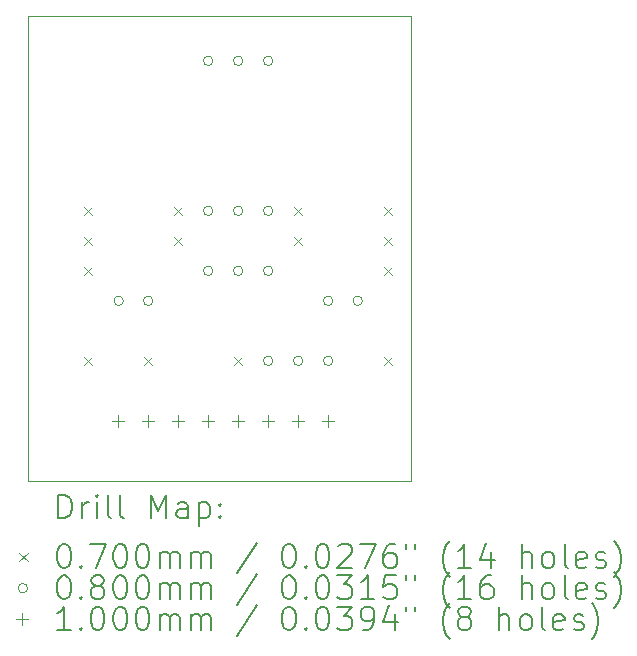
<source format=gbr>
%TF.GenerationSoftware,KiCad,Pcbnew,7.0.8*%
%TF.CreationDate,2023-11-30T20:00:33+00:00*%
%TF.ProjectId,thermo_module,74686572-6d6f-45f6-9d6f-64756c652e6b,rev?*%
%TF.SameCoordinates,Original*%
%TF.FileFunction,Drillmap*%
%TF.FilePolarity,Positive*%
%FSLAX45Y45*%
G04 Gerber Fmt 4.5, Leading zero omitted, Abs format (unit mm)*
G04 Created by KiCad (PCBNEW 7.0.8) date 2023-11-30 20:00:33*
%MOMM*%
%LPD*%
G01*
G04 APERTURE LIST*
%ADD10C,0.100000*%
%ADD11C,0.200000*%
%ADD12C,0.070000*%
%ADD13C,0.080000*%
G04 APERTURE END LIST*
D10*
X13620750Y-4508500D02*
X16859250Y-4508500D01*
X16859250Y-8445500D01*
X13620750Y-8445500D01*
X13620750Y-4508500D01*
D11*
D12*
X14093750Y-6124500D02*
X14163750Y-6194500D01*
X14163750Y-6124500D02*
X14093750Y-6194500D01*
X14093750Y-6378500D02*
X14163750Y-6448500D01*
X14163750Y-6378500D02*
X14093750Y-6448500D01*
X14093750Y-6632500D02*
X14163750Y-6702500D01*
X14163750Y-6632500D02*
X14093750Y-6702500D01*
X14093750Y-7394500D02*
X14163750Y-7464500D01*
X14163750Y-7394500D02*
X14093750Y-7464500D01*
X14601750Y-7394500D02*
X14671750Y-7464500D01*
X14671750Y-7394500D02*
X14601750Y-7464500D01*
X14855750Y-6124500D02*
X14925750Y-6194500D01*
X14925750Y-6124500D02*
X14855750Y-6194500D01*
X14855750Y-6378500D02*
X14925750Y-6448500D01*
X14925750Y-6378500D02*
X14855750Y-6448500D01*
X15363750Y-7394500D02*
X15433750Y-7464500D01*
X15433750Y-7394500D02*
X15363750Y-7464500D01*
X15871750Y-6124500D02*
X15941750Y-6194500D01*
X15941750Y-6124500D02*
X15871750Y-6194500D01*
X15871750Y-6378500D02*
X15941750Y-6448500D01*
X15941750Y-6378500D02*
X15871750Y-6448500D01*
X16633750Y-6124500D02*
X16703750Y-6194500D01*
X16703750Y-6124500D02*
X16633750Y-6194500D01*
X16633750Y-6378500D02*
X16703750Y-6448500D01*
X16703750Y-6378500D02*
X16633750Y-6448500D01*
X16633750Y-6632500D02*
X16703750Y-6702500D01*
X16703750Y-6632500D02*
X16633750Y-6702500D01*
X16633750Y-7394500D02*
X16703750Y-7464500D01*
X16703750Y-7394500D02*
X16633750Y-7464500D01*
D13*
X14426750Y-6921500D02*
G75*
G03*
X14426750Y-6921500I-40000J0D01*
G01*
X14676750Y-6921500D02*
G75*
G03*
X14676750Y-6921500I-40000J0D01*
G01*
X15184750Y-4889500D02*
G75*
G03*
X15184750Y-4889500I-40000J0D01*
G01*
X15184750Y-6159500D02*
G75*
G03*
X15184750Y-6159500I-40000J0D01*
G01*
X15184750Y-6667500D02*
G75*
G03*
X15184750Y-6667500I-40000J0D01*
G01*
X15438750Y-4889500D02*
G75*
G03*
X15438750Y-4889500I-40000J0D01*
G01*
X15438750Y-6159500D02*
G75*
G03*
X15438750Y-6159500I-40000J0D01*
G01*
X15438750Y-6667500D02*
G75*
G03*
X15438750Y-6667500I-40000J0D01*
G01*
X15692750Y-4889500D02*
G75*
G03*
X15692750Y-4889500I-40000J0D01*
G01*
X15692750Y-6159500D02*
G75*
G03*
X15692750Y-6159500I-40000J0D01*
G01*
X15692750Y-6667500D02*
G75*
G03*
X15692750Y-6667500I-40000J0D01*
G01*
X15692750Y-7429500D02*
G75*
G03*
X15692750Y-7429500I-40000J0D01*
G01*
X15946750Y-7429500D02*
G75*
G03*
X15946750Y-7429500I-40000J0D01*
G01*
X16200750Y-6921500D02*
G75*
G03*
X16200750Y-6921500I-40000J0D01*
G01*
X16200750Y-7429500D02*
G75*
G03*
X16200750Y-7429500I-40000J0D01*
G01*
X16450750Y-6921500D02*
G75*
G03*
X16450750Y-6921500I-40000J0D01*
G01*
D10*
X14382750Y-7887500D02*
X14382750Y-7987500D01*
X14332750Y-7937500D02*
X14432750Y-7937500D01*
X14636750Y-7887500D02*
X14636750Y-7987500D01*
X14586750Y-7937500D02*
X14686750Y-7937500D01*
X14890750Y-7887500D02*
X14890750Y-7987500D01*
X14840750Y-7937500D02*
X14940750Y-7937500D01*
X15144750Y-7887500D02*
X15144750Y-7987500D01*
X15094750Y-7937500D02*
X15194750Y-7937500D01*
X15398750Y-7887500D02*
X15398750Y-7987500D01*
X15348750Y-7937500D02*
X15448750Y-7937500D01*
X15652750Y-7887500D02*
X15652750Y-7987500D01*
X15602750Y-7937500D02*
X15702750Y-7937500D01*
X15906750Y-7887500D02*
X15906750Y-7987500D01*
X15856750Y-7937500D02*
X15956750Y-7937500D01*
X16160750Y-7887500D02*
X16160750Y-7987500D01*
X16110750Y-7937500D02*
X16210750Y-7937500D01*
D11*
X13876527Y-8761984D02*
X13876527Y-8561984D01*
X13876527Y-8561984D02*
X13924146Y-8561984D01*
X13924146Y-8561984D02*
X13952717Y-8571508D01*
X13952717Y-8571508D02*
X13971765Y-8590555D01*
X13971765Y-8590555D02*
X13981289Y-8609603D01*
X13981289Y-8609603D02*
X13990812Y-8647698D01*
X13990812Y-8647698D02*
X13990812Y-8676270D01*
X13990812Y-8676270D02*
X13981289Y-8714365D01*
X13981289Y-8714365D02*
X13971765Y-8733412D01*
X13971765Y-8733412D02*
X13952717Y-8752460D01*
X13952717Y-8752460D02*
X13924146Y-8761984D01*
X13924146Y-8761984D02*
X13876527Y-8761984D01*
X14076527Y-8761984D02*
X14076527Y-8628650D01*
X14076527Y-8666746D02*
X14086051Y-8647698D01*
X14086051Y-8647698D02*
X14095574Y-8638174D01*
X14095574Y-8638174D02*
X14114622Y-8628650D01*
X14114622Y-8628650D02*
X14133670Y-8628650D01*
X14200336Y-8761984D02*
X14200336Y-8628650D01*
X14200336Y-8561984D02*
X14190812Y-8571508D01*
X14190812Y-8571508D02*
X14200336Y-8581031D01*
X14200336Y-8581031D02*
X14209860Y-8571508D01*
X14209860Y-8571508D02*
X14200336Y-8561984D01*
X14200336Y-8561984D02*
X14200336Y-8581031D01*
X14324146Y-8761984D02*
X14305098Y-8752460D01*
X14305098Y-8752460D02*
X14295574Y-8733412D01*
X14295574Y-8733412D02*
X14295574Y-8561984D01*
X14428908Y-8761984D02*
X14409860Y-8752460D01*
X14409860Y-8752460D02*
X14400336Y-8733412D01*
X14400336Y-8733412D02*
X14400336Y-8561984D01*
X14657479Y-8761984D02*
X14657479Y-8561984D01*
X14657479Y-8561984D02*
X14724146Y-8704841D01*
X14724146Y-8704841D02*
X14790812Y-8561984D01*
X14790812Y-8561984D02*
X14790812Y-8761984D01*
X14971765Y-8761984D02*
X14971765Y-8657222D01*
X14971765Y-8657222D02*
X14962241Y-8638174D01*
X14962241Y-8638174D02*
X14943193Y-8628650D01*
X14943193Y-8628650D02*
X14905098Y-8628650D01*
X14905098Y-8628650D02*
X14886051Y-8638174D01*
X14971765Y-8752460D02*
X14952717Y-8761984D01*
X14952717Y-8761984D02*
X14905098Y-8761984D01*
X14905098Y-8761984D02*
X14886051Y-8752460D01*
X14886051Y-8752460D02*
X14876527Y-8733412D01*
X14876527Y-8733412D02*
X14876527Y-8714365D01*
X14876527Y-8714365D02*
X14886051Y-8695317D01*
X14886051Y-8695317D02*
X14905098Y-8685793D01*
X14905098Y-8685793D02*
X14952717Y-8685793D01*
X14952717Y-8685793D02*
X14971765Y-8676270D01*
X15067003Y-8628650D02*
X15067003Y-8828650D01*
X15067003Y-8638174D02*
X15086051Y-8628650D01*
X15086051Y-8628650D02*
X15124146Y-8628650D01*
X15124146Y-8628650D02*
X15143193Y-8638174D01*
X15143193Y-8638174D02*
X15152717Y-8647698D01*
X15152717Y-8647698D02*
X15162241Y-8666746D01*
X15162241Y-8666746D02*
X15162241Y-8723889D01*
X15162241Y-8723889D02*
X15152717Y-8742936D01*
X15152717Y-8742936D02*
X15143193Y-8752460D01*
X15143193Y-8752460D02*
X15124146Y-8761984D01*
X15124146Y-8761984D02*
X15086051Y-8761984D01*
X15086051Y-8761984D02*
X15067003Y-8752460D01*
X15247955Y-8742936D02*
X15257479Y-8752460D01*
X15257479Y-8752460D02*
X15247955Y-8761984D01*
X15247955Y-8761984D02*
X15238432Y-8752460D01*
X15238432Y-8752460D02*
X15247955Y-8742936D01*
X15247955Y-8742936D02*
X15247955Y-8761984D01*
X15247955Y-8638174D02*
X15257479Y-8647698D01*
X15257479Y-8647698D02*
X15247955Y-8657222D01*
X15247955Y-8657222D02*
X15238432Y-8647698D01*
X15238432Y-8647698D02*
X15247955Y-8638174D01*
X15247955Y-8638174D02*
X15247955Y-8657222D01*
D12*
X13545750Y-9055500D02*
X13615750Y-9125500D01*
X13615750Y-9055500D02*
X13545750Y-9125500D01*
D11*
X13914622Y-8981984D02*
X13933670Y-8981984D01*
X13933670Y-8981984D02*
X13952717Y-8991508D01*
X13952717Y-8991508D02*
X13962241Y-9001031D01*
X13962241Y-9001031D02*
X13971765Y-9020079D01*
X13971765Y-9020079D02*
X13981289Y-9058174D01*
X13981289Y-9058174D02*
X13981289Y-9105793D01*
X13981289Y-9105793D02*
X13971765Y-9143889D01*
X13971765Y-9143889D02*
X13962241Y-9162936D01*
X13962241Y-9162936D02*
X13952717Y-9172460D01*
X13952717Y-9172460D02*
X13933670Y-9181984D01*
X13933670Y-9181984D02*
X13914622Y-9181984D01*
X13914622Y-9181984D02*
X13895574Y-9172460D01*
X13895574Y-9172460D02*
X13886051Y-9162936D01*
X13886051Y-9162936D02*
X13876527Y-9143889D01*
X13876527Y-9143889D02*
X13867003Y-9105793D01*
X13867003Y-9105793D02*
X13867003Y-9058174D01*
X13867003Y-9058174D02*
X13876527Y-9020079D01*
X13876527Y-9020079D02*
X13886051Y-9001031D01*
X13886051Y-9001031D02*
X13895574Y-8991508D01*
X13895574Y-8991508D02*
X13914622Y-8981984D01*
X14067003Y-9162936D02*
X14076527Y-9172460D01*
X14076527Y-9172460D02*
X14067003Y-9181984D01*
X14067003Y-9181984D02*
X14057479Y-9172460D01*
X14057479Y-9172460D02*
X14067003Y-9162936D01*
X14067003Y-9162936D02*
X14067003Y-9181984D01*
X14143193Y-8981984D02*
X14276527Y-8981984D01*
X14276527Y-8981984D02*
X14190812Y-9181984D01*
X14390812Y-8981984D02*
X14409860Y-8981984D01*
X14409860Y-8981984D02*
X14428908Y-8991508D01*
X14428908Y-8991508D02*
X14438432Y-9001031D01*
X14438432Y-9001031D02*
X14447955Y-9020079D01*
X14447955Y-9020079D02*
X14457479Y-9058174D01*
X14457479Y-9058174D02*
X14457479Y-9105793D01*
X14457479Y-9105793D02*
X14447955Y-9143889D01*
X14447955Y-9143889D02*
X14438432Y-9162936D01*
X14438432Y-9162936D02*
X14428908Y-9172460D01*
X14428908Y-9172460D02*
X14409860Y-9181984D01*
X14409860Y-9181984D02*
X14390812Y-9181984D01*
X14390812Y-9181984D02*
X14371765Y-9172460D01*
X14371765Y-9172460D02*
X14362241Y-9162936D01*
X14362241Y-9162936D02*
X14352717Y-9143889D01*
X14352717Y-9143889D02*
X14343193Y-9105793D01*
X14343193Y-9105793D02*
X14343193Y-9058174D01*
X14343193Y-9058174D02*
X14352717Y-9020079D01*
X14352717Y-9020079D02*
X14362241Y-9001031D01*
X14362241Y-9001031D02*
X14371765Y-8991508D01*
X14371765Y-8991508D02*
X14390812Y-8981984D01*
X14581289Y-8981984D02*
X14600336Y-8981984D01*
X14600336Y-8981984D02*
X14619384Y-8991508D01*
X14619384Y-8991508D02*
X14628908Y-9001031D01*
X14628908Y-9001031D02*
X14638432Y-9020079D01*
X14638432Y-9020079D02*
X14647955Y-9058174D01*
X14647955Y-9058174D02*
X14647955Y-9105793D01*
X14647955Y-9105793D02*
X14638432Y-9143889D01*
X14638432Y-9143889D02*
X14628908Y-9162936D01*
X14628908Y-9162936D02*
X14619384Y-9172460D01*
X14619384Y-9172460D02*
X14600336Y-9181984D01*
X14600336Y-9181984D02*
X14581289Y-9181984D01*
X14581289Y-9181984D02*
X14562241Y-9172460D01*
X14562241Y-9172460D02*
X14552717Y-9162936D01*
X14552717Y-9162936D02*
X14543193Y-9143889D01*
X14543193Y-9143889D02*
X14533670Y-9105793D01*
X14533670Y-9105793D02*
X14533670Y-9058174D01*
X14533670Y-9058174D02*
X14543193Y-9020079D01*
X14543193Y-9020079D02*
X14552717Y-9001031D01*
X14552717Y-9001031D02*
X14562241Y-8991508D01*
X14562241Y-8991508D02*
X14581289Y-8981984D01*
X14733670Y-9181984D02*
X14733670Y-9048650D01*
X14733670Y-9067698D02*
X14743193Y-9058174D01*
X14743193Y-9058174D02*
X14762241Y-9048650D01*
X14762241Y-9048650D02*
X14790813Y-9048650D01*
X14790813Y-9048650D02*
X14809860Y-9058174D01*
X14809860Y-9058174D02*
X14819384Y-9077222D01*
X14819384Y-9077222D02*
X14819384Y-9181984D01*
X14819384Y-9077222D02*
X14828908Y-9058174D01*
X14828908Y-9058174D02*
X14847955Y-9048650D01*
X14847955Y-9048650D02*
X14876527Y-9048650D01*
X14876527Y-9048650D02*
X14895574Y-9058174D01*
X14895574Y-9058174D02*
X14905098Y-9077222D01*
X14905098Y-9077222D02*
X14905098Y-9181984D01*
X15000336Y-9181984D02*
X15000336Y-9048650D01*
X15000336Y-9067698D02*
X15009860Y-9058174D01*
X15009860Y-9058174D02*
X15028908Y-9048650D01*
X15028908Y-9048650D02*
X15057479Y-9048650D01*
X15057479Y-9048650D02*
X15076527Y-9058174D01*
X15076527Y-9058174D02*
X15086051Y-9077222D01*
X15086051Y-9077222D02*
X15086051Y-9181984D01*
X15086051Y-9077222D02*
X15095574Y-9058174D01*
X15095574Y-9058174D02*
X15114622Y-9048650D01*
X15114622Y-9048650D02*
X15143193Y-9048650D01*
X15143193Y-9048650D02*
X15162241Y-9058174D01*
X15162241Y-9058174D02*
X15171765Y-9077222D01*
X15171765Y-9077222D02*
X15171765Y-9181984D01*
X15562241Y-8972460D02*
X15390813Y-9229603D01*
X15819384Y-8981984D02*
X15838432Y-8981984D01*
X15838432Y-8981984D02*
X15857479Y-8991508D01*
X15857479Y-8991508D02*
X15867003Y-9001031D01*
X15867003Y-9001031D02*
X15876527Y-9020079D01*
X15876527Y-9020079D02*
X15886051Y-9058174D01*
X15886051Y-9058174D02*
X15886051Y-9105793D01*
X15886051Y-9105793D02*
X15876527Y-9143889D01*
X15876527Y-9143889D02*
X15867003Y-9162936D01*
X15867003Y-9162936D02*
X15857479Y-9172460D01*
X15857479Y-9172460D02*
X15838432Y-9181984D01*
X15838432Y-9181984D02*
X15819384Y-9181984D01*
X15819384Y-9181984D02*
X15800336Y-9172460D01*
X15800336Y-9172460D02*
X15790813Y-9162936D01*
X15790813Y-9162936D02*
X15781289Y-9143889D01*
X15781289Y-9143889D02*
X15771765Y-9105793D01*
X15771765Y-9105793D02*
X15771765Y-9058174D01*
X15771765Y-9058174D02*
X15781289Y-9020079D01*
X15781289Y-9020079D02*
X15790813Y-9001031D01*
X15790813Y-9001031D02*
X15800336Y-8991508D01*
X15800336Y-8991508D02*
X15819384Y-8981984D01*
X15971765Y-9162936D02*
X15981289Y-9172460D01*
X15981289Y-9172460D02*
X15971765Y-9181984D01*
X15971765Y-9181984D02*
X15962241Y-9172460D01*
X15962241Y-9172460D02*
X15971765Y-9162936D01*
X15971765Y-9162936D02*
X15971765Y-9181984D01*
X16105098Y-8981984D02*
X16124146Y-8981984D01*
X16124146Y-8981984D02*
X16143194Y-8991508D01*
X16143194Y-8991508D02*
X16152717Y-9001031D01*
X16152717Y-9001031D02*
X16162241Y-9020079D01*
X16162241Y-9020079D02*
X16171765Y-9058174D01*
X16171765Y-9058174D02*
X16171765Y-9105793D01*
X16171765Y-9105793D02*
X16162241Y-9143889D01*
X16162241Y-9143889D02*
X16152717Y-9162936D01*
X16152717Y-9162936D02*
X16143194Y-9172460D01*
X16143194Y-9172460D02*
X16124146Y-9181984D01*
X16124146Y-9181984D02*
X16105098Y-9181984D01*
X16105098Y-9181984D02*
X16086051Y-9172460D01*
X16086051Y-9172460D02*
X16076527Y-9162936D01*
X16076527Y-9162936D02*
X16067003Y-9143889D01*
X16067003Y-9143889D02*
X16057479Y-9105793D01*
X16057479Y-9105793D02*
X16057479Y-9058174D01*
X16057479Y-9058174D02*
X16067003Y-9020079D01*
X16067003Y-9020079D02*
X16076527Y-9001031D01*
X16076527Y-9001031D02*
X16086051Y-8991508D01*
X16086051Y-8991508D02*
X16105098Y-8981984D01*
X16247956Y-9001031D02*
X16257479Y-8991508D01*
X16257479Y-8991508D02*
X16276527Y-8981984D01*
X16276527Y-8981984D02*
X16324146Y-8981984D01*
X16324146Y-8981984D02*
X16343194Y-8991508D01*
X16343194Y-8991508D02*
X16352717Y-9001031D01*
X16352717Y-9001031D02*
X16362241Y-9020079D01*
X16362241Y-9020079D02*
X16362241Y-9039127D01*
X16362241Y-9039127D02*
X16352717Y-9067698D01*
X16352717Y-9067698D02*
X16238432Y-9181984D01*
X16238432Y-9181984D02*
X16362241Y-9181984D01*
X16428908Y-8981984D02*
X16562241Y-8981984D01*
X16562241Y-8981984D02*
X16476527Y-9181984D01*
X16724146Y-8981984D02*
X16686051Y-8981984D01*
X16686051Y-8981984D02*
X16667003Y-8991508D01*
X16667003Y-8991508D02*
X16657479Y-9001031D01*
X16657479Y-9001031D02*
X16638432Y-9029603D01*
X16638432Y-9029603D02*
X16628908Y-9067698D01*
X16628908Y-9067698D02*
X16628908Y-9143889D01*
X16628908Y-9143889D02*
X16638432Y-9162936D01*
X16638432Y-9162936D02*
X16647956Y-9172460D01*
X16647956Y-9172460D02*
X16667003Y-9181984D01*
X16667003Y-9181984D02*
X16705098Y-9181984D01*
X16705098Y-9181984D02*
X16724146Y-9172460D01*
X16724146Y-9172460D02*
X16733670Y-9162936D01*
X16733670Y-9162936D02*
X16743194Y-9143889D01*
X16743194Y-9143889D02*
X16743194Y-9096270D01*
X16743194Y-9096270D02*
X16733670Y-9077222D01*
X16733670Y-9077222D02*
X16724146Y-9067698D01*
X16724146Y-9067698D02*
X16705098Y-9058174D01*
X16705098Y-9058174D02*
X16667003Y-9058174D01*
X16667003Y-9058174D02*
X16647956Y-9067698D01*
X16647956Y-9067698D02*
X16638432Y-9077222D01*
X16638432Y-9077222D02*
X16628908Y-9096270D01*
X16819384Y-8981984D02*
X16819384Y-9020079D01*
X16895575Y-8981984D02*
X16895575Y-9020079D01*
X17190813Y-9258174D02*
X17181289Y-9248650D01*
X17181289Y-9248650D02*
X17162241Y-9220079D01*
X17162241Y-9220079D02*
X17152718Y-9201031D01*
X17152718Y-9201031D02*
X17143194Y-9172460D01*
X17143194Y-9172460D02*
X17133670Y-9124841D01*
X17133670Y-9124841D02*
X17133670Y-9086746D01*
X17133670Y-9086746D02*
X17143194Y-9039127D01*
X17143194Y-9039127D02*
X17152718Y-9010555D01*
X17152718Y-9010555D02*
X17162241Y-8991508D01*
X17162241Y-8991508D02*
X17181289Y-8962936D01*
X17181289Y-8962936D02*
X17190813Y-8953412D01*
X17371765Y-9181984D02*
X17257480Y-9181984D01*
X17314622Y-9181984D02*
X17314622Y-8981984D01*
X17314622Y-8981984D02*
X17295575Y-9010555D01*
X17295575Y-9010555D02*
X17276527Y-9029603D01*
X17276527Y-9029603D02*
X17257480Y-9039127D01*
X17543194Y-9048650D02*
X17543194Y-9181984D01*
X17495575Y-8972460D02*
X17447956Y-9115317D01*
X17447956Y-9115317D02*
X17571765Y-9115317D01*
X17800337Y-9181984D02*
X17800337Y-8981984D01*
X17886051Y-9181984D02*
X17886051Y-9077222D01*
X17886051Y-9077222D02*
X17876527Y-9058174D01*
X17876527Y-9058174D02*
X17857480Y-9048650D01*
X17857480Y-9048650D02*
X17828908Y-9048650D01*
X17828908Y-9048650D02*
X17809861Y-9058174D01*
X17809861Y-9058174D02*
X17800337Y-9067698D01*
X18009861Y-9181984D02*
X17990813Y-9172460D01*
X17990813Y-9172460D02*
X17981289Y-9162936D01*
X17981289Y-9162936D02*
X17971765Y-9143889D01*
X17971765Y-9143889D02*
X17971765Y-9086746D01*
X17971765Y-9086746D02*
X17981289Y-9067698D01*
X17981289Y-9067698D02*
X17990813Y-9058174D01*
X17990813Y-9058174D02*
X18009861Y-9048650D01*
X18009861Y-9048650D02*
X18038432Y-9048650D01*
X18038432Y-9048650D02*
X18057480Y-9058174D01*
X18057480Y-9058174D02*
X18067003Y-9067698D01*
X18067003Y-9067698D02*
X18076527Y-9086746D01*
X18076527Y-9086746D02*
X18076527Y-9143889D01*
X18076527Y-9143889D02*
X18067003Y-9162936D01*
X18067003Y-9162936D02*
X18057480Y-9172460D01*
X18057480Y-9172460D02*
X18038432Y-9181984D01*
X18038432Y-9181984D02*
X18009861Y-9181984D01*
X18190813Y-9181984D02*
X18171765Y-9172460D01*
X18171765Y-9172460D02*
X18162242Y-9153412D01*
X18162242Y-9153412D02*
X18162242Y-8981984D01*
X18343194Y-9172460D02*
X18324146Y-9181984D01*
X18324146Y-9181984D02*
X18286051Y-9181984D01*
X18286051Y-9181984D02*
X18267003Y-9172460D01*
X18267003Y-9172460D02*
X18257480Y-9153412D01*
X18257480Y-9153412D02*
X18257480Y-9077222D01*
X18257480Y-9077222D02*
X18267003Y-9058174D01*
X18267003Y-9058174D02*
X18286051Y-9048650D01*
X18286051Y-9048650D02*
X18324146Y-9048650D01*
X18324146Y-9048650D02*
X18343194Y-9058174D01*
X18343194Y-9058174D02*
X18352718Y-9077222D01*
X18352718Y-9077222D02*
X18352718Y-9096270D01*
X18352718Y-9096270D02*
X18257480Y-9115317D01*
X18428908Y-9172460D02*
X18447956Y-9181984D01*
X18447956Y-9181984D02*
X18486051Y-9181984D01*
X18486051Y-9181984D02*
X18505099Y-9172460D01*
X18505099Y-9172460D02*
X18514623Y-9153412D01*
X18514623Y-9153412D02*
X18514623Y-9143889D01*
X18514623Y-9143889D02*
X18505099Y-9124841D01*
X18505099Y-9124841D02*
X18486051Y-9115317D01*
X18486051Y-9115317D02*
X18457480Y-9115317D01*
X18457480Y-9115317D02*
X18438432Y-9105793D01*
X18438432Y-9105793D02*
X18428908Y-9086746D01*
X18428908Y-9086746D02*
X18428908Y-9077222D01*
X18428908Y-9077222D02*
X18438432Y-9058174D01*
X18438432Y-9058174D02*
X18457480Y-9048650D01*
X18457480Y-9048650D02*
X18486051Y-9048650D01*
X18486051Y-9048650D02*
X18505099Y-9058174D01*
X18581289Y-9258174D02*
X18590813Y-9248650D01*
X18590813Y-9248650D02*
X18609861Y-9220079D01*
X18609861Y-9220079D02*
X18619384Y-9201031D01*
X18619384Y-9201031D02*
X18628908Y-9172460D01*
X18628908Y-9172460D02*
X18638432Y-9124841D01*
X18638432Y-9124841D02*
X18638432Y-9086746D01*
X18638432Y-9086746D02*
X18628908Y-9039127D01*
X18628908Y-9039127D02*
X18619384Y-9010555D01*
X18619384Y-9010555D02*
X18609861Y-8991508D01*
X18609861Y-8991508D02*
X18590813Y-8962936D01*
X18590813Y-8962936D02*
X18581289Y-8953412D01*
D13*
X13615750Y-9354500D02*
G75*
G03*
X13615750Y-9354500I-40000J0D01*
G01*
D11*
X13914622Y-9245984D02*
X13933670Y-9245984D01*
X13933670Y-9245984D02*
X13952717Y-9255508D01*
X13952717Y-9255508D02*
X13962241Y-9265031D01*
X13962241Y-9265031D02*
X13971765Y-9284079D01*
X13971765Y-9284079D02*
X13981289Y-9322174D01*
X13981289Y-9322174D02*
X13981289Y-9369793D01*
X13981289Y-9369793D02*
X13971765Y-9407889D01*
X13971765Y-9407889D02*
X13962241Y-9426936D01*
X13962241Y-9426936D02*
X13952717Y-9436460D01*
X13952717Y-9436460D02*
X13933670Y-9445984D01*
X13933670Y-9445984D02*
X13914622Y-9445984D01*
X13914622Y-9445984D02*
X13895574Y-9436460D01*
X13895574Y-9436460D02*
X13886051Y-9426936D01*
X13886051Y-9426936D02*
X13876527Y-9407889D01*
X13876527Y-9407889D02*
X13867003Y-9369793D01*
X13867003Y-9369793D02*
X13867003Y-9322174D01*
X13867003Y-9322174D02*
X13876527Y-9284079D01*
X13876527Y-9284079D02*
X13886051Y-9265031D01*
X13886051Y-9265031D02*
X13895574Y-9255508D01*
X13895574Y-9255508D02*
X13914622Y-9245984D01*
X14067003Y-9426936D02*
X14076527Y-9436460D01*
X14076527Y-9436460D02*
X14067003Y-9445984D01*
X14067003Y-9445984D02*
X14057479Y-9436460D01*
X14057479Y-9436460D02*
X14067003Y-9426936D01*
X14067003Y-9426936D02*
X14067003Y-9445984D01*
X14190812Y-9331698D02*
X14171765Y-9322174D01*
X14171765Y-9322174D02*
X14162241Y-9312650D01*
X14162241Y-9312650D02*
X14152717Y-9293603D01*
X14152717Y-9293603D02*
X14152717Y-9284079D01*
X14152717Y-9284079D02*
X14162241Y-9265031D01*
X14162241Y-9265031D02*
X14171765Y-9255508D01*
X14171765Y-9255508D02*
X14190812Y-9245984D01*
X14190812Y-9245984D02*
X14228908Y-9245984D01*
X14228908Y-9245984D02*
X14247955Y-9255508D01*
X14247955Y-9255508D02*
X14257479Y-9265031D01*
X14257479Y-9265031D02*
X14267003Y-9284079D01*
X14267003Y-9284079D02*
X14267003Y-9293603D01*
X14267003Y-9293603D02*
X14257479Y-9312650D01*
X14257479Y-9312650D02*
X14247955Y-9322174D01*
X14247955Y-9322174D02*
X14228908Y-9331698D01*
X14228908Y-9331698D02*
X14190812Y-9331698D01*
X14190812Y-9331698D02*
X14171765Y-9341222D01*
X14171765Y-9341222D02*
X14162241Y-9350746D01*
X14162241Y-9350746D02*
X14152717Y-9369793D01*
X14152717Y-9369793D02*
X14152717Y-9407889D01*
X14152717Y-9407889D02*
X14162241Y-9426936D01*
X14162241Y-9426936D02*
X14171765Y-9436460D01*
X14171765Y-9436460D02*
X14190812Y-9445984D01*
X14190812Y-9445984D02*
X14228908Y-9445984D01*
X14228908Y-9445984D02*
X14247955Y-9436460D01*
X14247955Y-9436460D02*
X14257479Y-9426936D01*
X14257479Y-9426936D02*
X14267003Y-9407889D01*
X14267003Y-9407889D02*
X14267003Y-9369793D01*
X14267003Y-9369793D02*
X14257479Y-9350746D01*
X14257479Y-9350746D02*
X14247955Y-9341222D01*
X14247955Y-9341222D02*
X14228908Y-9331698D01*
X14390812Y-9245984D02*
X14409860Y-9245984D01*
X14409860Y-9245984D02*
X14428908Y-9255508D01*
X14428908Y-9255508D02*
X14438432Y-9265031D01*
X14438432Y-9265031D02*
X14447955Y-9284079D01*
X14447955Y-9284079D02*
X14457479Y-9322174D01*
X14457479Y-9322174D02*
X14457479Y-9369793D01*
X14457479Y-9369793D02*
X14447955Y-9407889D01*
X14447955Y-9407889D02*
X14438432Y-9426936D01*
X14438432Y-9426936D02*
X14428908Y-9436460D01*
X14428908Y-9436460D02*
X14409860Y-9445984D01*
X14409860Y-9445984D02*
X14390812Y-9445984D01*
X14390812Y-9445984D02*
X14371765Y-9436460D01*
X14371765Y-9436460D02*
X14362241Y-9426936D01*
X14362241Y-9426936D02*
X14352717Y-9407889D01*
X14352717Y-9407889D02*
X14343193Y-9369793D01*
X14343193Y-9369793D02*
X14343193Y-9322174D01*
X14343193Y-9322174D02*
X14352717Y-9284079D01*
X14352717Y-9284079D02*
X14362241Y-9265031D01*
X14362241Y-9265031D02*
X14371765Y-9255508D01*
X14371765Y-9255508D02*
X14390812Y-9245984D01*
X14581289Y-9245984D02*
X14600336Y-9245984D01*
X14600336Y-9245984D02*
X14619384Y-9255508D01*
X14619384Y-9255508D02*
X14628908Y-9265031D01*
X14628908Y-9265031D02*
X14638432Y-9284079D01*
X14638432Y-9284079D02*
X14647955Y-9322174D01*
X14647955Y-9322174D02*
X14647955Y-9369793D01*
X14647955Y-9369793D02*
X14638432Y-9407889D01*
X14638432Y-9407889D02*
X14628908Y-9426936D01*
X14628908Y-9426936D02*
X14619384Y-9436460D01*
X14619384Y-9436460D02*
X14600336Y-9445984D01*
X14600336Y-9445984D02*
X14581289Y-9445984D01*
X14581289Y-9445984D02*
X14562241Y-9436460D01*
X14562241Y-9436460D02*
X14552717Y-9426936D01*
X14552717Y-9426936D02*
X14543193Y-9407889D01*
X14543193Y-9407889D02*
X14533670Y-9369793D01*
X14533670Y-9369793D02*
X14533670Y-9322174D01*
X14533670Y-9322174D02*
X14543193Y-9284079D01*
X14543193Y-9284079D02*
X14552717Y-9265031D01*
X14552717Y-9265031D02*
X14562241Y-9255508D01*
X14562241Y-9255508D02*
X14581289Y-9245984D01*
X14733670Y-9445984D02*
X14733670Y-9312650D01*
X14733670Y-9331698D02*
X14743193Y-9322174D01*
X14743193Y-9322174D02*
X14762241Y-9312650D01*
X14762241Y-9312650D02*
X14790813Y-9312650D01*
X14790813Y-9312650D02*
X14809860Y-9322174D01*
X14809860Y-9322174D02*
X14819384Y-9341222D01*
X14819384Y-9341222D02*
X14819384Y-9445984D01*
X14819384Y-9341222D02*
X14828908Y-9322174D01*
X14828908Y-9322174D02*
X14847955Y-9312650D01*
X14847955Y-9312650D02*
X14876527Y-9312650D01*
X14876527Y-9312650D02*
X14895574Y-9322174D01*
X14895574Y-9322174D02*
X14905098Y-9341222D01*
X14905098Y-9341222D02*
X14905098Y-9445984D01*
X15000336Y-9445984D02*
X15000336Y-9312650D01*
X15000336Y-9331698D02*
X15009860Y-9322174D01*
X15009860Y-9322174D02*
X15028908Y-9312650D01*
X15028908Y-9312650D02*
X15057479Y-9312650D01*
X15057479Y-9312650D02*
X15076527Y-9322174D01*
X15076527Y-9322174D02*
X15086051Y-9341222D01*
X15086051Y-9341222D02*
X15086051Y-9445984D01*
X15086051Y-9341222D02*
X15095574Y-9322174D01*
X15095574Y-9322174D02*
X15114622Y-9312650D01*
X15114622Y-9312650D02*
X15143193Y-9312650D01*
X15143193Y-9312650D02*
X15162241Y-9322174D01*
X15162241Y-9322174D02*
X15171765Y-9341222D01*
X15171765Y-9341222D02*
X15171765Y-9445984D01*
X15562241Y-9236460D02*
X15390813Y-9493603D01*
X15819384Y-9245984D02*
X15838432Y-9245984D01*
X15838432Y-9245984D02*
X15857479Y-9255508D01*
X15857479Y-9255508D02*
X15867003Y-9265031D01*
X15867003Y-9265031D02*
X15876527Y-9284079D01*
X15876527Y-9284079D02*
X15886051Y-9322174D01*
X15886051Y-9322174D02*
X15886051Y-9369793D01*
X15886051Y-9369793D02*
X15876527Y-9407889D01*
X15876527Y-9407889D02*
X15867003Y-9426936D01*
X15867003Y-9426936D02*
X15857479Y-9436460D01*
X15857479Y-9436460D02*
X15838432Y-9445984D01*
X15838432Y-9445984D02*
X15819384Y-9445984D01*
X15819384Y-9445984D02*
X15800336Y-9436460D01*
X15800336Y-9436460D02*
X15790813Y-9426936D01*
X15790813Y-9426936D02*
X15781289Y-9407889D01*
X15781289Y-9407889D02*
X15771765Y-9369793D01*
X15771765Y-9369793D02*
X15771765Y-9322174D01*
X15771765Y-9322174D02*
X15781289Y-9284079D01*
X15781289Y-9284079D02*
X15790813Y-9265031D01*
X15790813Y-9265031D02*
X15800336Y-9255508D01*
X15800336Y-9255508D02*
X15819384Y-9245984D01*
X15971765Y-9426936D02*
X15981289Y-9436460D01*
X15981289Y-9436460D02*
X15971765Y-9445984D01*
X15971765Y-9445984D02*
X15962241Y-9436460D01*
X15962241Y-9436460D02*
X15971765Y-9426936D01*
X15971765Y-9426936D02*
X15971765Y-9445984D01*
X16105098Y-9245984D02*
X16124146Y-9245984D01*
X16124146Y-9245984D02*
X16143194Y-9255508D01*
X16143194Y-9255508D02*
X16152717Y-9265031D01*
X16152717Y-9265031D02*
X16162241Y-9284079D01*
X16162241Y-9284079D02*
X16171765Y-9322174D01*
X16171765Y-9322174D02*
X16171765Y-9369793D01*
X16171765Y-9369793D02*
X16162241Y-9407889D01*
X16162241Y-9407889D02*
X16152717Y-9426936D01*
X16152717Y-9426936D02*
X16143194Y-9436460D01*
X16143194Y-9436460D02*
X16124146Y-9445984D01*
X16124146Y-9445984D02*
X16105098Y-9445984D01*
X16105098Y-9445984D02*
X16086051Y-9436460D01*
X16086051Y-9436460D02*
X16076527Y-9426936D01*
X16076527Y-9426936D02*
X16067003Y-9407889D01*
X16067003Y-9407889D02*
X16057479Y-9369793D01*
X16057479Y-9369793D02*
X16057479Y-9322174D01*
X16057479Y-9322174D02*
X16067003Y-9284079D01*
X16067003Y-9284079D02*
X16076527Y-9265031D01*
X16076527Y-9265031D02*
X16086051Y-9255508D01*
X16086051Y-9255508D02*
X16105098Y-9245984D01*
X16238432Y-9245984D02*
X16362241Y-9245984D01*
X16362241Y-9245984D02*
X16295575Y-9322174D01*
X16295575Y-9322174D02*
X16324146Y-9322174D01*
X16324146Y-9322174D02*
X16343194Y-9331698D01*
X16343194Y-9331698D02*
X16352717Y-9341222D01*
X16352717Y-9341222D02*
X16362241Y-9360270D01*
X16362241Y-9360270D02*
X16362241Y-9407889D01*
X16362241Y-9407889D02*
X16352717Y-9426936D01*
X16352717Y-9426936D02*
X16343194Y-9436460D01*
X16343194Y-9436460D02*
X16324146Y-9445984D01*
X16324146Y-9445984D02*
X16267003Y-9445984D01*
X16267003Y-9445984D02*
X16247956Y-9436460D01*
X16247956Y-9436460D02*
X16238432Y-9426936D01*
X16552717Y-9445984D02*
X16438432Y-9445984D01*
X16495575Y-9445984D02*
X16495575Y-9245984D01*
X16495575Y-9245984D02*
X16476527Y-9274555D01*
X16476527Y-9274555D02*
X16457479Y-9293603D01*
X16457479Y-9293603D02*
X16438432Y-9303127D01*
X16733670Y-9245984D02*
X16638432Y-9245984D01*
X16638432Y-9245984D02*
X16628908Y-9341222D01*
X16628908Y-9341222D02*
X16638432Y-9331698D01*
X16638432Y-9331698D02*
X16657479Y-9322174D01*
X16657479Y-9322174D02*
X16705098Y-9322174D01*
X16705098Y-9322174D02*
X16724146Y-9331698D01*
X16724146Y-9331698D02*
X16733670Y-9341222D01*
X16733670Y-9341222D02*
X16743194Y-9360270D01*
X16743194Y-9360270D02*
X16743194Y-9407889D01*
X16743194Y-9407889D02*
X16733670Y-9426936D01*
X16733670Y-9426936D02*
X16724146Y-9436460D01*
X16724146Y-9436460D02*
X16705098Y-9445984D01*
X16705098Y-9445984D02*
X16657479Y-9445984D01*
X16657479Y-9445984D02*
X16638432Y-9436460D01*
X16638432Y-9436460D02*
X16628908Y-9426936D01*
X16819384Y-9245984D02*
X16819384Y-9284079D01*
X16895575Y-9245984D02*
X16895575Y-9284079D01*
X17190813Y-9522174D02*
X17181289Y-9512650D01*
X17181289Y-9512650D02*
X17162241Y-9484079D01*
X17162241Y-9484079D02*
X17152718Y-9465031D01*
X17152718Y-9465031D02*
X17143194Y-9436460D01*
X17143194Y-9436460D02*
X17133670Y-9388841D01*
X17133670Y-9388841D02*
X17133670Y-9350746D01*
X17133670Y-9350746D02*
X17143194Y-9303127D01*
X17143194Y-9303127D02*
X17152718Y-9274555D01*
X17152718Y-9274555D02*
X17162241Y-9255508D01*
X17162241Y-9255508D02*
X17181289Y-9226936D01*
X17181289Y-9226936D02*
X17190813Y-9217412D01*
X17371765Y-9445984D02*
X17257480Y-9445984D01*
X17314622Y-9445984D02*
X17314622Y-9245984D01*
X17314622Y-9245984D02*
X17295575Y-9274555D01*
X17295575Y-9274555D02*
X17276527Y-9293603D01*
X17276527Y-9293603D02*
X17257480Y-9303127D01*
X17543194Y-9245984D02*
X17505099Y-9245984D01*
X17505099Y-9245984D02*
X17486051Y-9255508D01*
X17486051Y-9255508D02*
X17476527Y-9265031D01*
X17476527Y-9265031D02*
X17457480Y-9293603D01*
X17457480Y-9293603D02*
X17447956Y-9331698D01*
X17447956Y-9331698D02*
X17447956Y-9407889D01*
X17447956Y-9407889D02*
X17457480Y-9426936D01*
X17457480Y-9426936D02*
X17467003Y-9436460D01*
X17467003Y-9436460D02*
X17486051Y-9445984D01*
X17486051Y-9445984D02*
X17524146Y-9445984D01*
X17524146Y-9445984D02*
X17543194Y-9436460D01*
X17543194Y-9436460D02*
X17552718Y-9426936D01*
X17552718Y-9426936D02*
X17562241Y-9407889D01*
X17562241Y-9407889D02*
X17562241Y-9360270D01*
X17562241Y-9360270D02*
X17552718Y-9341222D01*
X17552718Y-9341222D02*
X17543194Y-9331698D01*
X17543194Y-9331698D02*
X17524146Y-9322174D01*
X17524146Y-9322174D02*
X17486051Y-9322174D01*
X17486051Y-9322174D02*
X17467003Y-9331698D01*
X17467003Y-9331698D02*
X17457480Y-9341222D01*
X17457480Y-9341222D02*
X17447956Y-9360270D01*
X17800337Y-9445984D02*
X17800337Y-9245984D01*
X17886051Y-9445984D02*
X17886051Y-9341222D01*
X17886051Y-9341222D02*
X17876527Y-9322174D01*
X17876527Y-9322174D02*
X17857480Y-9312650D01*
X17857480Y-9312650D02*
X17828908Y-9312650D01*
X17828908Y-9312650D02*
X17809861Y-9322174D01*
X17809861Y-9322174D02*
X17800337Y-9331698D01*
X18009861Y-9445984D02*
X17990813Y-9436460D01*
X17990813Y-9436460D02*
X17981289Y-9426936D01*
X17981289Y-9426936D02*
X17971765Y-9407889D01*
X17971765Y-9407889D02*
X17971765Y-9350746D01*
X17971765Y-9350746D02*
X17981289Y-9331698D01*
X17981289Y-9331698D02*
X17990813Y-9322174D01*
X17990813Y-9322174D02*
X18009861Y-9312650D01*
X18009861Y-9312650D02*
X18038432Y-9312650D01*
X18038432Y-9312650D02*
X18057480Y-9322174D01*
X18057480Y-9322174D02*
X18067003Y-9331698D01*
X18067003Y-9331698D02*
X18076527Y-9350746D01*
X18076527Y-9350746D02*
X18076527Y-9407889D01*
X18076527Y-9407889D02*
X18067003Y-9426936D01*
X18067003Y-9426936D02*
X18057480Y-9436460D01*
X18057480Y-9436460D02*
X18038432Y-9445984D01*
X18038432Y-9445984D02*
X18009861Y-9445984D01*
X18190813Y-9445984D02*
X18171765Y-9436460D01*
X18171765Y-9436460D02*
X18162242Y-9417412D01*
X18162242Y-9417412D02*
X18162242Y-9245984D01*
X18343194Y-9436460D02*
X18324146Y-9445984D01*
X18324146Y-9445984D02*
X18286051Y-9445984D01*
X18286051Y-9445984D02*
X18267003Y-9436460D01*
X18267003Y-9436460D02*
X18257480Y-9417412D01*
X18257480Y-9417412D02*
X18257480Y-9341222D01*
X18257480Y-9341222D02*
X18267003Y-9322174D01*
X18267003Y-9322174D02*
X18286051Y-9312650D01*
X18286051Y-9312650D02*
X18324146Y-9312650D01*
X18324146Y-9312650D02*
X18343194Y-9322174D01*
X18343194Y-9322174D02*
X18352718Y-9341222D01*
X18352718Y-9341222D02*
X18352718Y-9360270D01*
X18352718Y-9360270D02*
X18257480Y-9379317D01*
X18428908Y-9436460D02*
X18447956Y-9445984D01*
X18447956Y-9445984D02*
X18486051Y-9445984D01*
X18486051Y-9445984D02*
X18505099Y-9436460D01*
X18505099Y-9436460D02*
X18514623Y-9417412D01*
X18514623Y-9417412D02*
X18514623Y-9407889D01*
X18514623Y-9407889D02*
X18505099Y-9388841D01*
X18505099Y-9388841D02*
X18486051Y-9379317D01*
X18486051Y-9379317D02*
X18457480Y-9379317D01*
X18457480Y-9379317D02*
X18438432Y-9369793D01*
X18438432Y-9369793D02*
X18428908Y-9350746D01*
X18428908Y-9350746D02*
X18428908Y-9341222D01*
X18428908Y-9341222D02*
X18438432Y-9322174D01*
X18438432Y-9322174D02*
X18457480Y-9312650D01*
X18457480Y-9312650D02*
X18486051Y-9312650D01*
X18486051Y-9312650D02*
X18505099Y-9322174D01*
X18581289Y-9522174D02*
X18590813Y-9512650D01*
X18590813Y-9512650D02*
X18609861Y-9484079D01*
X18609861Y-9484079D02*
X18619384Y-9465031D01*
X18619384Y-9465031D02*
X18628908Y-9436460D01*
X18628908Y-9436460D02*
X18638432Y-9388841D01*
X18638432Y-9388841D02*
X18638432Y-9350746D01*
X18638432Y-9350746D02*
X18628908Y-9303127D01*
X18628908Y-9303127D02*
X18619384Y-9274555D01*
X18619384Y-9274555D02*
X18609861Y-9255508D01*
X18609861Y-9255508D02*
X18590813Y-9226936D01*
X18590813Y-9226936D02*
X18581289Y-9217412D01*
D10*
X13565750Y-9568500D02*
X13565750Y-9668500D01*
X13515750Y-9618500D02*
X13615750Y-9618500D01*
D11*
X13981289Y-9709984D02*
X13867003Y-9709984D01*
X13924146Y-9709984D02*
X13924146Y-9509984D01*
X13924146Y-9509984D02*
X13905098Y-9538555D01*
X13905098Y-9538555D02*
X13886051Y-9557603D01*
X13886051Y-9557603D02*
X13867003Y-9567127D01*
X14067003Y-9690936D02*
X14076527Y-9700460D01*
X14076527Y-9700460D02*
X14067003Y-9709984D01*
X14067003Y-9709984D02*
X14057479Y-9700460D01*
X14057479Y-9700460D02*
X14067003Y-9690936D01*
X14067003Y-9690936D02*
X14067003Y-9709984D01*
X14200336Y-9509984D02*
X14219384Y-9509984D01*
X14219384Y-9509984D02*
X14238432Y-9519508D01*
X14238432Y-9519508D02*
X14247955Y-9529031D01*
X14247955Y-9529031D02*
X14257479Y-9548079D01*
X14257479Y-9548079D02*
X14267003Y-9586174D01*
X14267003Y-9586174D02*
X14267003Y-9633793D01*
X14267003Y-9633793D02*
X14257479Y-9671889D01*
X14257479Y-9671889D02*
X14247955Y-9690936D01*
X14247955Y-9690936D02*
X14238432Y-9700460D01*
X14238432Y-9700460D02*
X14219384Y-9709984D01*
X14219384Y-9709984D02*
X14200336Y-9709984D01*
X14200336Y-9709984D02*
X14181289Y-9700460D01*
X14181289Y-9700460D02*
X14171765Y-9690936D01*
X14171765Y-9690936D02*
X14162241Y-9671889D01*
X14162241Y-9671889D02*
X14152717Y-9633793D01*
X14152717Y-9633793D02*
X14152717Y-9586174D01*
X14152717Y-9586174D02*
X14162241Y-9548079D01*
X14162241Y-9548079D02*
X14171765Y-9529031D01*
X14171765Y-9529031D02*
X14181289Y-9519508D01*
X14181289Y-9519508D02*
X14200336Y-9509984D01*
X14390812Y-9509984D02*
X14409860Y-9509984D01*
X14409860Y-9509984D02*
X14428908Y-9519508D01*
X14428908Y-9519508D02*
X14438432Y-9529031D01*
X14438432Y-9529031D02*
X14447955Y-9548079D01*
X14447955Y-9548079D02*
X14457479Y-9586174D01*
X14457479Y-9586174D02*
X14457479Y-9633793D01*
X14457479Y-9633793D02*
X14447955Y-9671889D01*
X14447955Y-9671889D02*
X14438432Y-9690936D01*
X14438432Y-9690936D02*
X14428908Y-9700460D01*
X14428908Y-9700460D02*
X14409860Y-9709984D01*
X14409860Y-9709984D02*
X14390812Y-9709984D01*
X14390812Y-9709984D02*
X14371765Y-9700460D01*
X14371765Y-9700460D02*
X14362241Y-9690936D01*
X14362241Y-9690936D02*
X14352717Y-9671889D01*
X14352717Y-9671889D02*
X14343193Y-9633793D01*
X14343193Y-9633793D02*
X14343193Y-9586174D01*
X14343193Y-9586174D02*
X14352717Y-9548079D01*
X14352717Y-9548079D02*
X14362241Y-9529031D01*
X14362241Y-9529031D02*
X14371765Y-9519508D01*
X14371765Y-9519508D02*
X14390812Y-9509984D01*
X14581289Y-9509984D02*
X14600336Y-9509984D01*
X14600336Y-9509984D02*
X14619384Y-9519508D01*
X14619384Y-9519508D02*
X14628908Y-9529031D01*
X14628908Y-9529031D02*
X14638432Y-9548079D01*
X14638432Y-9548079D02*
X14647955Y-9586174D01*
X14647955Y-9586174D02*
X14647955Y-9633793D01*
X14647955Y-9633793D02*
X14638432Y-9671889D01*
X14638432Y-9671889D02*
X14628908Y-9690936D01*
X14628908Y-9690936D02*
X14619384Y-9700460D01*
X14619384Y-9700460D02*
X14600336Y-9709984D01*
X14600336Y-9709984D02*
X14581289Y-9709984D01*
X14581289Y-9709984D02*
X14562241Y-9700460D01*
X14562241Y-9700460D02*
X14552717Y-9690936D01*
X14552717Y-9690936D02*
X14543193Y-9671889D01*
X14543193Y-9671889D02*
X14533670Y-9633793D01*
X14533670Y-9633793D02*
X14533670Y-9586174D01*
X14533670Y-9586174D02*
X14543193Y-9548079D01*
X14543193Y-9548079D02*
X14552717Y-9529031D01*
X14552717Y-9529031D02*
X14562241Y-9519508D01*
X14562241Y-9519508D02*
X14581289Y-9509984D01*
X14733670Y-9709984D02*
X14733670Y-9576650D01*
X14733670Y-9595698D02*
X14743193Y-9586174D01*
X14743193Y-9586174D02*
X14762241Y-9576650D01*
X14762241Y-9576650D02*
X14790813Y-9576650D01*
X14790813Y-9576650D02*
X14809860Y-9586174D01*
X14809860Y-9586174D02*
X14819384Y-9605222D01*
X14819384Y-9605222D02*
X14819384Y-9709984D01*
X14819384Y-9605222D02*
X14828908Y-9586174D01*
X14828908Y-9586174D02*
X14847955Y-9576650D01*
X14847955Y-9576650D02*
X14876527Y-9576650D01*
X14876527Y-9576650D02*
X14895574Y-9586174D01*
X14895574Y-9586174D02*
X14905098Y-9605222D01*
X14905098Y-9605222D02*
X14905098Y-9709984D01*
X15000336Y-9709984D02*
X15000336Y-9576650D01*
X15000336Y-9595698D02*
X15009860Y-9586174D01*
X15009860Y-9586174D02*
X15028908Y-9576650D01*
X15028908Y-9576650D02*
X15057479Y-9576650D01*
X15057479Y-9576650D02*
X15076527Y-9586174D01*
X15076527Y-9586174D02*
X15086051Y-9605222D01*
X15086051Y-9605222D02*
X15086051Y-9709984D01*
X15086051Y-9605222D02*
X15095574Y-9586174D01*
X15095574Y-9586174D02*
X15114622Y-9576650D01*
X15114622Y-9576650D02*
X15143193Y-9576650D01*
X15143193Y-9576650D02*
X15162241Y-9586174D01*
X15162241Y-9586174D02*
X15171765Y-9605222D01*
X15171765Y-9605222D02*
X15171765Y-9709984D01*
X15562241Y-9500460D02*
X15390813Y-9757603D01*
X15819384Y-9509984D02*
X15838432Y-9509984D01*
X15838432Y-9509984D02*
X15857479Y-9519508D01*
X15857479Y-9519508D02*
X15867003Y-9529031D01*
X15867003Y-9529031D02*
X15876527Y-9548079D01*
X15876527Y-9548079D02*
X15886051Y-9586174D01*
X15886051Y-9586174D02*
X15886051Y-9633793D01*
X15886051Y-9633793D02*
X15876527Y-9671889D01*
X15876527Y-9671889D02*
X15867003Y-9690936D01*
X15867003Y-9690936D02*
X15857479Y-9700460D01*
X15857479Y-9700460D02*
X15838432Y-9709984D01*
X15838432Y-9709984D02*
X15819384Y-9709984D01*
X15819384Y-9709984D02*
X15800336Y-9700460D01*
X15800336Y-9700460D02*
X15790813Y-9690936D01*
X15790813Y-9690936D02*
X15781289Y-9671889D01*
X15781289Y-9671889D02*
X15771765Y-9633793D01*
X15771765Y-9633793D02*
X15771765Y-9586174D01*
X15771765Y-9586174D02*
X15781289Y-9548079D01*
X15781289Y-9548079D02*
X15790813Y-9529031D01*
X15790813Y-9529031D02*
X15800336Y-9519508D01*
X15800336Y-9519508D02*
X15819384Y-9509984D01*
X15971765Y-9690936D02*
X15981289Y-9700460D01*
X15981289Y-9700460D02*
X15971765Y-9709984D01*
X15971765Y-9709984D02*
X15962241Y-9700460D01*
X15962241Y-9700460D02*
X15971765Y-9690936D01*
X15971765Y-9690936D02*
X15971765Y-9709984D01*
X16105098Y-9509984D02*
X16124146Y-9509984D01*
X16124146Y-9509984D02*
X16143194Y-9519508D01*
X16143194Y-9519508D02*
X16152717Y-9529031D01*
X16152717Y-9529031D02*
X16162241Y-9548079D01*
X16162241Y-9548079D02*
X16171765Y-9586174D01*
X16171765Y-9586174D02*
X16171765Y-9633793D01*
X16171765Y-9633793D02*
X16162241Y-9671889D01*
X16162241Y-9671889D02*
X16152717Y-9690936D01*
X16152717Y-9690936D02*
X16143194Y-9700460D01*
X16143194Y-9700460D02*
X16124146Y-9709984D01*
X16124146Y-9709984D02*
X16105098Y-9709984D01*
X16105098Y-9709984D02*
X16086051Y-9700460D01*
X16086051Y-9700460D02*
X16076527Y-9690936D01*
X16076527Y-9690936D02*
X16067003Y-9671889D01*
X16067003Y-9671889D02*
X16057479Y-9633793D01*
X16057479Y-9633793D02*
X16057479Y-9586174D01*
X16057479Y-9586174D02*
X16067003Y-9548079D01*
X16067003Y-9548079D02*
X16076527Y-9529031D01*
X16076527Y-9529031D02*
X16086051Y-9519508D01*
X16086051Y-9519508D02*
X16105098Y-9509984D01*
X16238432Y-9509984D02*
X16362241Y-9509984D01*
X16362241Y-9509984D02*
X16295575Y-9586174D01*
X16295575Y-9586174D02*
X16324146Y-9586174D01*
X16324146Y-9586174D02*
X16343194Y-9595698D01*
X16343194Y-9595698D02*
X16352717Y-9605222D01*
X16352717Y-9605222D02*
X16362241Y-9624270D01*
X16362241Y-9624270D02*
X16362241Y-9671889D01*
X16362241Y-9671889D02*
X16352717Y-9690936D01*
X16352717Y-9690936D02*
X16343194Y-9700460D01*
X16343194Y-9700460D02*
X16324146Y-9709984D01*
X16324146Y-9709984D02*
X16267003Y-9709984D01*
X16267003Y-9709984D02*
X16247956Y-9700460D01*
X16247956Y-9700460D02*
X16238432Y-9690936D01*
X16457479Y-9709984D02*
X16495575Y-9709984D01*
X16495575Y-9709984D02*
X16514622Y-9700460D01*
X16514622Y-9700460D02*
X16524146Y-9690936D01*
X16524146Y-9690936D02*
X16543194Y-9662365D01*
X16543194Y-9662365D02*
X16552717Y-9624270D01*
X16552717Y-9624270D02*
X16552717Y-9548079D01*
X16552717Y-9548079D02*
X16543194Y-9529031D01*
X16543194Y-9529031D02*
X16533670Y-9519508D01*
X16533670Y-9519508D02*
X16514622Y-9509984D01*
X16514622Y-9509984D02*
X16476527Y-9509984D01*
X16476527Y-9509984D02*
X16457479Y-9519508D01*
X16457479Y-9519508D02*
X16447956Y-9529031D01*
X16447956Y-9529031D02*
X16438432Y-9548079D01*
X16438432Y-9548079D02*
X16438432Y-9595698D01*
X16438432Y-9595698D02*
X16447956Y-9614746D01*
X16447956Y-9614746D02*
X16457479Y-9624270D01*
X16457479Y-9624270D02*
X16476527Y-9633793D01*
X16476527Y-9633793D02*
X16514622Y-9633793D01*
X16514622Y-9633793D02*
X16533670Y-9624270D01*
X16533670Y-9624270D02*
X16543194Y-9614746D01*
X16543194Y-9614746D02*
X16552717Y-9595698D01*
X16724146Y-9576650D02*
X16724146Y-9709984D01*
X16676527Y-9500460D02*
X16628908Y-9643317D01*
X16628908Y-9643317D02*
X16752717Y-9643317D01*
X16819384Y-9509984D02*
X16819384Y-9548079D01*
X16895575Y-9509984D02*
X16895575Y-9548079D01*
X17190813Y-9786174D02*
X17181289Y-9776650D01*
X17181289Y-9776650D02*
X17162241Y-9748079D01*
X17162241Y-9748079D02*
X17152718Y-9729031D01*
X17152718Y-9729031D02*
X17143194Y-9700460D01*
X17143194Y-9700460D02*
X17133670Y-9652841D01*
X17133670Y-9652841D02*
X17133670Y-9614746D01*
X17133670Y-9614746D02*
X17143194Y-9567127D01*
X17143194Y-9567127D02*
X17152718Y-9538555D01*
X17152718Y-9538555D02*
X17162241Y-9519508D01*
X17162241Y-9519508D02*
X17181289Y-9490936D01*
X17181289Y-9490936D02*
X17190813Y-9481412D01*
X17295575Y-9595698D02*
X17276527Y-9586174D01*
X17276527Y-9586174D02*
X17267003Y-9576650D01*
X17267003Y-9576650D02*
X17257480Y-9557603D01*
X17257480Y-9557603D02*
X17257480Y-9548079D01*
X17257480Y-9548079D02*
X17267003Y-9529031D01*
X17267003Y-9529031D02*
X17276527Y-9519508D01*
X17276527Y-9519508D02*
X17295575Y-9509984D01*
X17295575Y-9509984D02*
X17333670Y-9509984D01*
X17333670Y-9509984D02*
X17352718Y-9519508D01*
X17352718Y-9519508D02*
X17362241Y-9529031D01*
X17362241Y-9529031D02*
X17371765Y-9548079D01*
X17371765Y-9548079D02*
X17371765Y-9557603D01*
X17371765Y-9557603D02*
X17362241Y-9576650D01*
X17362241Y-9576650D02*
X17352718Y-9586174D01*
X17352718Y-9586174D02*
X17333670Y-9595698D01*
X17333670Y-9595698D02*
X17295575Y-9595698D01*
X17295575Y-9595698D02*
X17276527Y-9605222D01*
X17276527Y-9605222D02*
X17267003Y-9614746D01*
X17267003Y-9614746D02*
X17257480Y-9633793D01*
X17257480Y-9633793D02*
X17257480Y-9671889D01*
X17257480Y-9671889D02*
X17267003Y-9690936D01*
X17267003Y-9690936D02*
X17276527Y-9700460D01*
X17276527Y-9700460D02*
X17295575Y-9709984D01*
X17295575Y-9709984D02*
X17333670Y-9709984D01*
X17333670Y-9709984D02*
X17352718Y-9700460D01*
X17352718Y-9700460D02*
X17362241Y-9690936D01*
X17362241Y-9690936D02*
X17371765Y-9671889D01*
X17371765Y-9671889D02*
X17371765Y-9633793D01*
X17371765Y-9633793D02*
X17362241Y-9614746D01*
X17362241Y-9614746D02*
X17352718Y-9605222D01*
X17352718Y-9605222D02*
X17333670Y-9595698D01*
X17609861Y-9709984D02*
X17609861Y-9509984D01*
X17695575Y-9709984D02*
X17695575Y-9605222D01*
X17695575Y-9605222D02*
X17686051Y-9586174D01*
X17686051Y-9586174D02*
X17667003Y-9576650D01*
X17667003Y-9576650D02*
X17638432Y-9576650D01*
X17638432Y-9576650D02*
X17619384Y-9586174D01*
X17619384Y-9586174D02*
X17609861Y-9595698D01*
X17819384Y-9709984D02*
X17800337Y-9700460D01*
X17800337Y-9700460D02*
X17790813Y-9690936D01*
X17790813Y-9690936D02*
X17781289Y-9671889D01*
X17781289Y-9671889D02*
X17781289Y-9614746D01*
X17781289Y-9614746D02*
X17790813Y-9595698D01*
X17790813Y-9595698D02*
X17800337Y-9586174D01*
X17800337Y-9586174D02*
X17819384Y-9576650D01*
X17819384Y-9576650D02*
X17847956Y-9576650D01*
X17847956Y-9576650D02*
X17867003Y-9586174D01*
X17867003Y-9586174D02*
X17876527Y-9595698D01*
X17876527Y-9595698D02*
X17886051Y-9614746D01*
X17886051Y-9614746D02*
X17886051Y-9671889D01*
X17886051Y-9671889D02*
X17876527Y-9690936D01*
X17876527Y-9690936D02*
X17867003Y-9700460D01*
X17867003Y-9700460D02*
X17847956Y-9709984D01*
X17847956Y-9709984D02*
X17819384Y-9709984D01*
X18000337Y-9709984D02*
X17981289Y-9700460D01*
X17981289Y-9700460D02*
X17971765Y-9681412D01*
X17971765Y-9681412D02*
X17971765Y-9509984D01*
X18152718Y-9700460D02*
X18133670Y-9709984D01*
X18133670Y-9709984D02*
X18095575Y-9709984D01*
X18095575Y-9709984D02*
X18076527Y-9700460D01*
X18076527Y-9700460D02*
X18067003Y-9681412D01*
X18067003Y-9681412D02*
X18067003Y-9605222D01*
X18067003Y-9605222D02*
X18076527Y-9586174D01*
X18076527Y-9586174D02*
X18095575Y-9576650D01*
X18095575Y-9576650D02*
X18133670Y-9576650D01*
X18133670Y-9576650D02*
X18152718Y-9586174D01*
X18152718Y-9586174D02*
X18162242Y-9605222D01*
X18162242Y-9605222D02*
X18162242Y-9624270D01*
X18162242Y-9624270D02*
X18067003Y-9643317D01*
X18238432Y-9700460D02*
X18257480Y-9709984D01*
X18257480Y-9709984D02*
X18295575Y-9709984D01*
X18295575Y-9709984D02*
X18314623Y-9700460D01*
X18314623Y-9700460D02*
X18324146Y-9681412D01*
X18324146Y-9681412D02*
X18324146Y-9671889D01*
X18324146Y-9671889D02*
X18314623Y-9652841D01*
X18314623Y-9652841D02*
X18295575Y-9643317D01*
X18295575Y-9643317D02*
X18267003Y-9643317D01*
X18267003Y-9643317D02*
X18247956Y-9633793D01*
X18247956Y-9633793D02*
X18238432Y-9614746D01*
X18238432Y-9614746D02*
X18238432Y-9605222D01*
X18238432Y-9605222D02*
X18247956Y-9586174D01*
X18247956Y-9586174D02*
X18267003Y-9576650D01*
X18267003Y-9576650D02*
X18295575Y-9576650D01*
X18295575Y-9576650D02*
X18314623Y-9586174D01*
X18390813Y-9786174D02*
X18400337Y-9776650D01*
X18400337Y-9776650D02*
X18419384Y-9748079D01*
X18419384Y-9748079D02*
X18428908Y-9729031D01*
X18428908Y-9729031D02*
X18438432Y-9700460D01*
X18438432Y-9700460D02*
X18447956Y-9652841D01*
X18447956Y-9652841D02*
X18447956Y-9614746D01*
X18447956Y-9614746D02*
X18438432Y-9567127D01*
X18438432Y-9567127D02*
X18428908Y-9538555D01*
X18428908Y-9538555D02*
X18419384Y-9519508D01*
X18419384Y-9519508D02*
X18400337Y-9490936D01*
X18400337Y-9490936D02*
X18390813Y-9481412D01*
M02*

</source>
